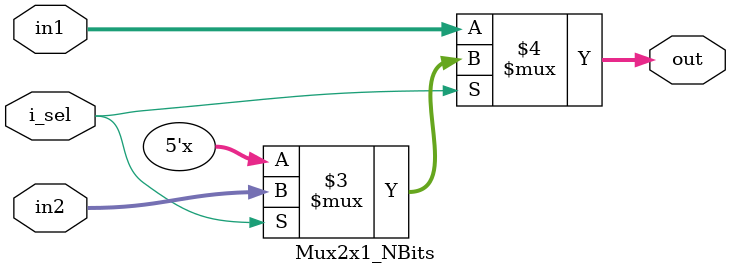
<source format=v>
module Mux2x1_NBits(out, in1, in2, i_sel);

parameter LEN = 5; 

input [LEN-1:0] in1, in2;
input i_sel;

output [LEN-1:0] out;

assign out = 	(i_sel == 1'b0) ? in1 : (i_sel == 1'b1) ? in2 : LEN'bx;

endmodule
</source>
